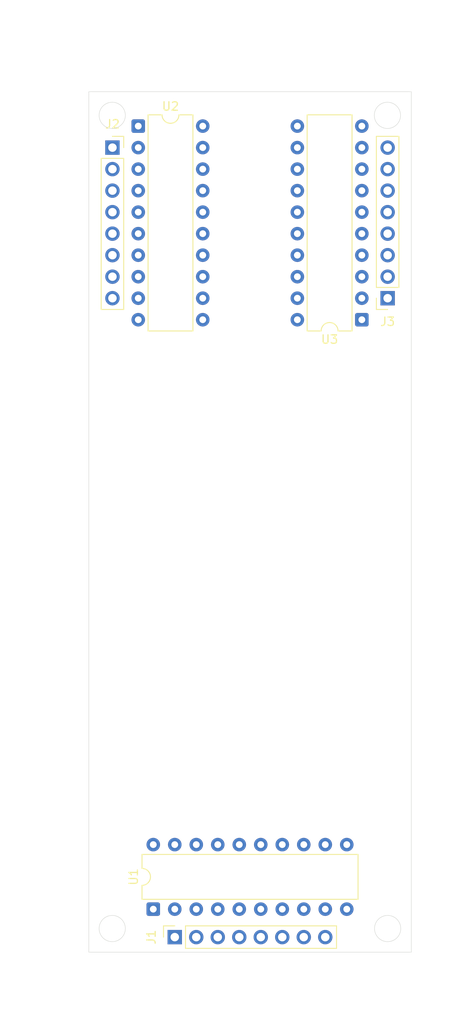
<source format=kicad_pcb>
(kicad_pcb (version 20241229) (generator "pcbnew") (generator_version "9.0")
  (layers (0 "F.Cu" signal) (2 "B.Cu" signal) (13 "F.Paste" user) (15 "B.Paste" user) (5 "F.SilkS" user "F.Silkscreen") (7 "B.SilkS" user "B.Silkscreen") (1 "F.Mask" user) (3 "B.Mask" user) (25 "Edge.Cuts" user))
  (net 0 "")
  (net 1 "I1")
  (net 2 "I0")
  (net 3 "+5V")
  (net 4 "I4")
  (net 5 "I3")
  (net 6 "I2")
  (net 7 "D0")
  (net 8 "D1")
  (net 9 "D2")
  (net 10 "D3")
  (net 11 "Net-(J2-Pin_2)")
  (net 12 "GND")
  (net 13 "Net-(J2-Pin_3)")
  (net 14 "Net-(J2-Pin_7)")
  (net 15 "Net-(J2-Pin_1)")
  (net 16 "Net-(J2-Pin_6)")
  (net 17 "Net-(J2-Pin_8)")
  (net 18 "Net-(J2-Pin_5)")
  (net 19 "Net-(J2-Pin_4)")
  (net 20 "Net-(J3-Pin_6)")
  (net 21 "Net-(J3-Pin_3)")
  (net 22 "Net-(J3-Pin_1)")
  (net 23 "Net-(J3-Pin_4)")
  (net 24 "Net-(J3-Pin_8)")
  (net 25 "Net-(J3-Pin_7)")
  (net 26 "Net-(J3-Pin_5)")
  (net 27 "Net-(J3-Pin_2)")
  (net 28 "Net-(U1-P=R)")
  (net 29 "D7")
  (net 30 "D4")
  (net 31 "D6")
  (net 32 "D5")
  (net 33 "D8")
  (net 34 "D11")
  (net 35 "D13")
  (net 36 "D9")
  (net 37 "D12")
  (net 38 "D14")
  (net 39 "D10")
  (net 40 "I5")
  (footprint "Connector_PinSocket_2.54mm:PinSocket_1x08_P2.54mm_Vertical" (layer "F.Cu") (at 86.106 75.184 180)
    (property "Reference" "J3" (at 0 -2.77 0) (layer "F.SilkS"))
    (property "Value" "Conn_01x08_Socket")
    (fp_line (start 1.33 1.27) (end 1.33 19.11) (stroke (width 0.12)) (layer "F.SilkS"))
    (fp_line (start 1.33 -1.33) (end 1.33 0) (stroke (width 0.12)) (layer "F.SilkS"))
    (fp_line (start 0 -1.33) (end 1.33 -1.33) (stroke (width 0.12)) (layer "F.SilkS"))
    (fp_line (start -1.33 19.11) (end 1.33 19.11) (stroke (width 0.12)) (layer "F.SilkS"))
    (fp_line (start -1.33 1.27) (end 1.33 1.27) (stroke (width 0.12)) (layer "F.SilkS"))
    (fp_line (start -1.33 1.27) (end -1.33 19.11) (stroke (width 0.12)) (layer "F.SilkS"))
    (pad "1" thru_hole rect (at 0 0 180) (size 1.7 1.7) (drill 1) (layers "*.Cu" "*.Mask") (net 22 "Net-(J3-Pin_1)"))
    (pad "2" thru_hole circle (at 0 2.54 180) (size 1.7 1.7) (drill 1) (layers "*.Cu" "*.Mask") (net 27 "Net-(J3-Pin_2)"))
    (pad "3" thru_hole circle (at 0 5.08 180) (size 1.7 1.7) (drill 1) (layers "*.Cu" "*.Mask") (net 21 "Net-(J3-Pin_3)"))
    (pad "4" thru_hole circle (at 0 7.62 180) (size 1.7 1.7) (drill 1) (layers "*.Cu" "*.Mask") (net 23 "Net-(J3-Pin_4)"))
    (pad "5" thru_hole circle (at 0 10.16 180) (size 1.7 1.7) (drill 1) (layers "*.Cu" "*.Mask") (net 26 "Net-(J3-Pin_5)"))
    (pad "6" thru_hole circle (at 0 12.7 180) (size 1.7 1.7) (drill 1) (layers "*.Cu" "*.Mask") (net 20 "Net-(J3-Pin_6)"))
    (pad "7" thru_hole circle (at 0 15.24 180) (size 1.7 1.7) (drill 1) (layers "*.Cu" "*.Mask") (net 25 "Net-(J3-Pin_7)"))
    (pad "8" thru_hole circle (at 0 17.78 180) (size 1.7 1.7) (drill 1) (layers "*.Cu" "*.Mask") (net 24 "Net-(J3-Pin_8)"))
  )
  (footprint "Package_DIP:DIP-20_W7.62mm" (layer "F.Cu") (at 83.058 77.724 180)
    (property "Reference" "U3" (at 3.81 -2.33 0) (layer "F.SilkS"))
    (property "Value" "74HC245")
    (fp_line (start 6.46 24.19) (end 6.46 -1.33) (stroke (width 0.12)) (layer "F.SilkS"))
    (fp_line (start 6.46 -1.33) (end 4.81 -1.33) (stroke (width 0.12)) (layer "F.SilkS"))
    (fp_line (start 2.81 -1.33) (end 1.16 -1.33) (stroke (width 0.12)) (layer "F.SilkS"))
    (fp_line (start 1.16 24.19) (end 6.46 24.19) (stroke (width 0.12)) (layer "F.SilkS"))
    (fp_line (start 1.16 -1.33) (end 1.16 24.19) (stroke (width 0.12)) (layer "F.SilkS"))
    (fp_arc (start 4.81 -1.33) (mid 3.81 -0.33) (end 2.81 -1.33) (stroke (width 0.12)) (layer "F.SilkS"))
    (pad "1" thru_hole roundrect (at 0 0 180) (size 1.6 1.6) (drill 0.8) (layers "*.Cu" "*.Mask") (roundrect_rratio 0.15625) (net 3 "+5V"))
    (pad "2" thru_hole circle (at 0 2.54 180) (size 1.6 1.6) (drill 0.8) (layers "*.Cu" "*.Mask") (net 22 "Net-(J3-Pin_1)"))
    (pad "3" thru_hole circle (at 0 5.08 180) (size 1.6 1.6) (drill 0.8) (layers "*.Cu" "*.Mask") (net 27 "Net-(J3-Pin_2)"))
    (pad "4" thru_hole circle (at 0 7.62 180) (size 1.6 1.6) (drill 0.8) (layers "*.Cu" "*.Mask") (net 21 "Net-(J3-Pin_3)"))
    (pad "5" thru_hole circle (at 0 10.16 180) (size 1.6 1.6) (drill 0.8) (layers "*.Cu" "*.Mask") (net 23 "Net-(J3-Pin_4)"))
    (pad "6" thru_hole circle (at 0 12.7 180) (size 1.6 1.6) (drill 0.8) (layers "*.Cu" "*.Mask") (net 26 "Net-(J3-Pin_5)"))
    (pad "7" thru_hole circle (at 0 15.24 180) (size 1.6 1.6) (drill 0.8) (layers "*.Cu" "*.Mask") (net 20 "Net-(J3-Pin_6)"))
    (pad "8" thru_hole circle (at 0 17.78 180) (size 1.6 1.6) (drill 0.8) (layers "*.Cu" "*.Mask") (net 25 "Net-(J3-Pin_7)"))
    (pad "9" thru_hole circle (at 0 20.32 180) (size 1.6 1.6) (drill 0.8) (layers "*.Cu" "*.Mask") (net 24 "Net-(J3-Pin_8)"))
    (pad "10" thru_hole circle (at 0 22.86 180) (size 1.6 1.6) (drill 0.8) (layers "*.Cu" "*.Mask") (net 12 "GND"))
    (pad "11" thru_hole circle (at 7.62 22.86 180) (size 1.6 1.6) (drill 0.8) (layers "*.Cu" "*.Mask") (net 38 "D14"))
    (pad "12" thru_hole circle (at 7.62 20.32 180) (size 1.6 1.6) (drill 0.8) (layers "*.Cu" "*.Mask") (net 35 "D13"))
    (pad "13" thru_hole circle (at 7.62 17.78 180) (size 1.6 1.6) (drill 0.8) (layers "*.Cu" "*.Mask") (net 37 "D12"))
    (pad "14" thru_hole circle (at 7.62 15.24 180) (size 1.6 1.6) (drill 0.8) (layers "*.Cu" "*.Mask") (net 34 "D11"))
    (pad "15" thru_hole circle (at 7.62 12.7 180) (size 1.6 1.6) (drill 0.8) (layers "*.Cu" "*.Mask") (net 39 "D10"))
    (pad "16" thru_hole circle (at 7.62 10.16 180) (size 1.6 1.6) (drill 0.8) (layers "*.Cu" "*.Mask") (net 36 "D9"))
    (pad "17" thru_hole circle (at 7.62 7.62 180) (size 1.6 1.6) (drill 0.8) (layers "*.Cu" "*.Mask") (net 33 "D8"))
    (pad "18" thru_hole circle (at 7.62 5.08 180) (size 1.6 1.6) (drill 0.8) (layers "*.Cu" "*.Mask") (net 29 "D7"))
    (pad "19" thru_hole circle (at 7.62 2.54 180) (size 1.6 1.6) (drill 0.8) (layers "*.Cu" "*.Mask") (net 28 "Net-(U1-P=R)"))
    (pad "20" thru_hole circle (at 7.62 0 180) (size 1.6 1.6) (drill 0.8) (layers "*.Cu" "*.Mask") (net 3 "+5V"))
  )
  (footprint "Connector_PinSocket_2.54mm:PinSocket_1x08_P2.54mm_Vertical" (layer "F.Cu") (at 53.594 57.404)
    (property "Reference" "J2" (at 0 -2.77 0) (layer "F.SilkS"))
    (property "Value" "Conn_01x08_Socket")
    (fp_line (start -1.33 1.27) (end -1.33 19.11) (stroke (width 0.12)) (layer "F.SilkS"))
    (fp_line (start -1.33 1.27) (end 1.33 1.27) (stroke (width 0.12)) (layer "F.SilkS"))
    (fp_line (start -1.33 19.11) (end 1.33 19.11) (stroke (width 0.12)) (layer "F.SilkS"))
    (fp_line (start 0 -1.33) (end 1.33 -1.33) (stroke (width 0.12)) (layer "F.SilkS"))
    (fp_line (start 1.33 -1.33) (end 1.33 0) (stroke (width 0.12)) (layer "F.SilkS"))
    (fp_line (start 1.33 1.27) (end 1.33 19.11) (stroke (width 0.12)) (layer "F.SilkS"))
    (pad "1" thru_hole rect (at 0 0) (size 1.7 1.7) (drill 1) (layers "*.Cu" "*.Mask") (net 15 "Net-(J2-Pin_1)"))
    (pad "2" thru_hole circle (at 0 2.54) (size 1.7 1.7) (drill 1) (layers "*.Cu" "*.Mask") (net 11 "Net-(J2-Pin_2)"))
    (pad "3" thru_hole circle (at 0 5.08) (size 1.7 1.7) (drill 1) (layers "*.Cu" "*.Mask") (net 13 "Net-(J2-Pin_3)"))
    (pad "4" thru_hole circle (at 0 7.62) (size 1.7 1.7) (drill 1) (layers "*.Cu" "*.Mask") (net 19 "Net-(J2-Pin_4)"))
    (pad "5" thru_hole circle (at 0 10.16) (size 1.7 1.7) (drill 1) (layers "*.Cu" "*.Mask") (net 18 "Net-(J2-Pin_5)"))
    (pad "6" thru_hole circle (at 0 12.7) (size 1.7 1.7) (drill 1) (layers "*.Cu" "*.Mask") (net 16 "Net-(J2-Pin_6)"))
    (pad "7" thru_hole circle (at 0 15.24) (size 1.7 1.7) (drill 1) (layers "*.Cu" "*.Mask") (net 14 "Net-(J2-Pin_7)"))
    (pad "8" thru_hole circle (at 0 17.78) (size 1.7 1.7) (drill 1) (layers "*.Cu" "*.Mask") (net 17 "Net-(J2-Pin_8)"))
  )
  (footprint "Connector_PinSocket_2.54mm:PinSocket_1x08_P2.54mm_Vertical" (layer "F.Cu") (at 60.956987 150.618987 90)
    (property "Reference" "J1" (at 0 -2.77 90) (layer "F.SilkS"))
    (property "Value" "Conn_01x08_Socket")
    (fp_line (start 1.33 -1.33) (end 1.33 0) (stroke (width 0.12)) (layer "F.SilkS"))
    (fp_line (start 0 -1.33) (end 1.33 -1.33) (stroke (width 0.12)) (layer "F.SilkS"))
    (fp_line (start 1.33 1.27) (end 1.33 19.11) (stroke (width 0.12)) (layer "F.SilkS"))
    (fp_line (start -1.33 1.27) (end 1.33 1.27) (stroke (width 0.12)) (layer "F.SilkS"))
    (fp_line (start -1.33 1.27) (end -1.33 19.11) (stroke (width 0.12)) (layer "F.SilkS"))
    (fp_line (start -1.33 19.11) (end 1.33 19.11) (stroke (width 0.12)) (layer "F.SilkS"))
    (pad "1" thru_hole rect (at 0 0 90) (size 1.7 1.7) (drill 1) (layers "*.Cu" "*.Mask") (net 12 "GND"))
    (pad "2" thru_hole circle (at 0 2.54 90) (size 1.7 1.7) (drill 1) (layers "*.Cu" "*.Mask") (net 2 "I0"))
    (pad "3" thru_hole circle (at 0 5.08 90) (size 1.7 1.7) (drill 1) (layers "*.Cu" "*.Mask") (net 1 "I1"))
    (pad "4" thru_hole circle (at 0 7.62 90) (size 1.7 1.7) (drill 1) (layers "*.Cu" "*.Mask") (net 6 "I2"))
    (pad "5" thru_hole circle (at 0 10.16 90) (size 1.7 1.7) (drill 1) (layers "*.Cu" "*.Mask") (net 5 "I3"))
    (pad "6" thru_hole circle (at 0 12.7 90) (size 1.7 1.7) (drill 1) (layers "*.Cu" "*.Mask") (net 4 "I4"))
    (pad "7" thru_hole circle (at 0 15.24 90) (size 1.7 1.7) (drill 1) (layers "*.Cu" "*.Mask") (net 40 "I5"))
    (pad "8" thru_hole circle (at 0 17.78 90) (size 1.7 1.7) (drill 1) (layers "*.Cu" "*.Mask") (net 3 "+5V"))
  )
  (footprint "Package_DIP:DIP-20_W7.62mm" (layer "F.Cu") (at 56.642 54.864)
    (property "Reference" "U2" (at 3.81 -2.33 0) (layer "F.SilkS"))
    (property "Value" "74HC245")
    (fp_line (start 1.16 -1.33) (end 1.16 24.19) (stroke (width 0.12)) (layer "F.SilkS"))
    (fp_line (start 1.16 24.19) (end 6.46 24.19) (stroke (width 0.12)) (layer "F.SilkS"))
    (fp_line (start 2.81 -1.33) (end 1.16 -1.33) (stroke (width 0.12)) (layer "F.SilkS"))
    (fp_line (start 6.46 -1.33) (end 4.81 -1.33) (stroke (width 0.12)) (layer "F.SilkS"))
    (fp_line (start 6.46 24.19) (end 6.46 -1.33) (stroke (width 0.12)) (layer "F.SilkS"))
    (fp_arc (start 4.81 -1.33) (mid 3.81 -0.33) (end 2.81 -1.33) (stroke (width 0.12)) (layer "F.SilkS"))
    (pad "1" thru_hole roundrect (at 0 0) (size 1.6 1.6) (drill 0.8) (layers "*.Cu" "*.Mask") (roundrect_rratio 0.15625) (net 3 "+5V"))
    (pad "2" thru_hole circle (at 0 2.54) (size 1.6 1.6) (drill 0.8) (layers "*.Cu" "*.Mask") (net 3 "+5V"))
    (pad "3" thru_hole circle (at 0 5.08) (size 1.6 1.6) (drill 0.8) (layers "*.Cu" "*.Mask") (net 11 "Net-(J2-Pin_2)"))
    (pad "4" thru_hole circle (at 0 7.62) (size 1.6 1.6) (drill 0.8) (layers "*.Cu" "*.Mask") (net 13 "Net-(J2-Pin_3)"))
    (pad "5" thru_hole circle (at 0 10.16) (size 1.6 1.6) (drill 0.8) (layers "*.Cu" "*.Mask") (net 19 "Net-(J2-Pin_4)"))
    (pad "6" thru_hole circle (at 0 12.7) (size 1.6 1.6) (drill 0.8) (layers "*.Cu" "*.Mask") (net 18 "Net-(J2-Pin_5)"))
    (pad "7" thru_hole circle (at 0 15.24) (size 1.6 1.6) (drill 0.8) (layers "*.Cu" "*.Mask") (net 16 "Net-(J2-Pin_6)"))
    (pad "8" thru_hole circle (at 0 17.78) (size 1.6 1.6) (drill 0.8) (layers "*.Cu" "*.Mask") (net 14 "Net-(J2-Pin_7)"))
    (pad "9" thru_hole circle (at 0 20.32) (size 1.6 1.6) (drill 0.8) (layers "*.Cu" "*.Mask") (net 17 "Net-(J2-Pin_8)"))
    (pad "10" thru_hole circle (at 0 22.86) (size 1.6 1.6) (drill 0.8) (layers "*.Cu" "*.Mask") (net 12 "GND"))
    (pad "11" thru_hole circle (at 7.62 22.86) (size 1.6 1.6) (drill 0.8) (layers "*.Cu" "*.Mask") (net 31 "D6"))
    (pad "12" thru_hole circle (at 7.62 20.32) (size 1.6 1.6) (drill 0.8) (layers "*.Cu" "*.Mask") (net 32 "D5"))
    (pad "13" thru_hole circle (at 7.62 17.78) (size 1.6 1.6) (drill 0.8) (layers "*.Cu" "*.Mask") (net 30 "D4"))
    (pad "14" thru_hole circle (at 7.62 15.24) (size 1.6 1.6) (drill 0.8) (layers "*.Cu" "*.Mask") (net 10 "D3"))
    (pad "15" thru_hole circle (at 7.62 12.7) (size 1.6 1.6) (drill 0.8) (layers "*.Cu" "*.Mask") (net 9 "D2"))
    (pad "16" thru_hole circle (at 7.62 10.16) (size 1.6 1.6) (drill 0.8) (layers "*.Cu" "*.Mask") (net 8 "D1"))
    (pad "17" thru_hole circle (at 7.62 7.62) (size 1.6 1.6) (drill 0.8) (layers "*.Cu" "*.Mask") (net 7 "D0"))
    (pad "18" thru_hole circle (at 7.62 5.08) (size 1.6 1.6) (drill 0.8) (layers "*.Cu" "*.Mask") (net 15 "Net-(J2-Pin_1)"))
    (pad "19" thru_hole circle (at 7.62 2.54) (size 1.6 1.6) (drill 0.8) (layers "*.Cu" "*.Mask") (net 28 "Net-(U1-P=R)"))
    (pad "20" thru_hole circle (at 7.62 0) (size 1.6 1.6) (drill 0.8) (layers "*.Cu" "*.Mask") (net 3 "+5V"))
  )
  (footprint "Package_DIP:DIP-20_W7.62mm" (layer "F.Cu") (at 58.416987 147.316987 90)
    (property "Reference" "U1" (at 3.81 -2.33 90) (layer "F.SilkS"))
    (property "Value" "74HC688")
    (fp_line (start 6.46 -1.33) (end 4.81 -1.33) (stroke (width 0.12)) (layer "F.SilkS"))
    (fp_line (start 2.81 -1.33) (end 1.16 -1.33) (stroke (width 0.12)) (layer "F.SilkS"))
    (fp_line (start 1.16 -1.33) (end 1.16 24.19) (stroke (width 0.12)) (layer "F.SilkS"))
    (fp_line (start 6.46 24.19) (end 6.46 -1.33) (stroke (width 0.12)) (layer "F.SilkS"))
    (fp_line (start 1.16 24.19) (end 6.46 24.19) (stroke (width 0.12)) (layer "F.SilkS"))
    (fp_arc (start 4.81 -1.33) (mid 3.81 -0.33) (end 2.81 -1.33) (stroke (width 0.12)) (layer "F.SilkS"))
    (pad "1" thru_hole roundrect (at 0 0 90) (size 1.6 1.6) (drill 0.8) (layers "*.Cu" "*.Mask") (roundrect_rratio 0.15625) (net 12 "GND"))
    (pad "2" thru_hole circle (at 0 2.54 90) (size 1.6 1.6) (drill 0.8) (layers "*.Cu" "*.Mask") (net 2 "I0"))
    (pad "3" thru_hole circle (at 0 5.08 90) (size 1.6 1.6) (drill 0.8) (layers "*.Cu" "*.Mask") (net 3 "+5V"))
    (pad "4" thru_hole circle (at 0 7.62 90) (size 1.6 1.6) (drill 0.8) (layers "*.Cu" "*.Mask") (net 1 "I1"))
    (pad "5" thru_hole circle (at 0 10.16 90) (size 1.6 1.6) (drill 0.8) (layers "*.Cu" "*.Mask") (net 12 "GND"))
    (pad "6" thru_hole circle (at 0 12.7 90) (size 1.6 1.6) (drill 0.8) (layers "*.Cu" "*.Mask") (net 6 "I2"))
    (pad "7" thru_hole circle (at 0 15.24 90) (size 1.6 1.6) (drill 0.8) (layers "*.Cu" "*.Mask") (net 12 "GND"))
    (pad "8" thru_hole circle (at 0 17.78 90) (size 1.6 1.6) (drill 0.8) (layers "*.Cu" "*.Mask") (net 5 "I3"))
    (pad "9" thru_hole circle (at 0 20.32 90) (size 1.6 1.6) (drill 0.8) (layers "*.Cu" "*.Mask") (net 12 "GND"))
    (pad "10" thru_hole circle (at 0 22.86 90) (size 1.6 1.6) (drill 0.8) (layers "*.Cu" "*.Mask") (net 12 "GND"))
    (pad "11" thru_hole circle (at 7.62 22.86 90) (size 1.6 1.6) (drill 0.8) (layers "*.Cu" "*.Mask") (net 4 "I4"))
    (pad "12" thru_hole circle (at 7.62 20.32 90) (size 1.6 1.6) (drill 0.8) (layers "*.Cu" "*.Mask") (net 12 "GND"))
    (pad "13" thru_hole circle (at 7.62 17.78 90) (size 1.6 1.6) (drill 0.8) (layers "*.Cu" "*.Mask") (net 40 "I5"))
    (pad "14" thru_hole circle (at 7.62 15.24 90) (size 1.6 1.6) (drill 0.8) (layers "*.Cu" "*.Mask") (net 12 "GND"))
    (pad "15" thru_hole circle (at 7.62 12.7 90) (size 1.6 1.6) (drill 0.8) (layers "*.Cu" "*.Mask") (net 12 "GND"))
    (pad "16" thru_hole circle (at 7.62 10.16 90) (size 1.6 1.6) (drill 0.8) (layers "*.Cu" "*.Mask") (net 12 "GND"))
    (pad "17" thru_hole circle (at 7.62 7.62 90) (size 1.6 1.6) (drill 0.8) (layers "*.Cu" "*.Mask") (net 12 "GND"))
    (pad "18" thru_hole circle (at 7.62 5.08 90) (size 1.6 1.6) (drill 0.8) (layers "*.Cu" "*.Mask") (net 12 "GND"))
    (pad "19" thru_hole circle (at 7.62 2.54 90) (size 1.6 1.6) (drill 0.8) (layers "*.Cu" "*.Mask") (net 28 "Net-(U1-P=R)"))
    (pad "20" thru_hole circle (at 7.62 0 90) (size 1.6 1.6) (drill 0.8) (layers "*.Cu" "*.Mask") (net 3 "+5V"))
  )
  (gr_circle (center 53.568 53.594) (end 55.118 53.594) (stroke (width 0.05)) (fill no) (layer "Edge.Cuts"))
  (gr_circle (center 53.568 149.606) (end 55.118 149.606) (stroke (width 0.05)) (fill no) (layer "Edge.Cuts"))
  (gr_circle (center 86.106 149.606) (end 87.656 149.606) (stroke (width 0.05)) (fill no) (layer "Edge.Cuts"))
  (gr_rect (start 50.8 50.8) (end 88.9 152.4) (stroke (width 0.05)) (fill no) (layer "Edge.Cuts"))
  (gr_circle (center 86.08 53.594) (end 87.63 53.594) (stroke (width 0.05)) (fill no) (layer "Edge.Cuts"))
)
</source>
